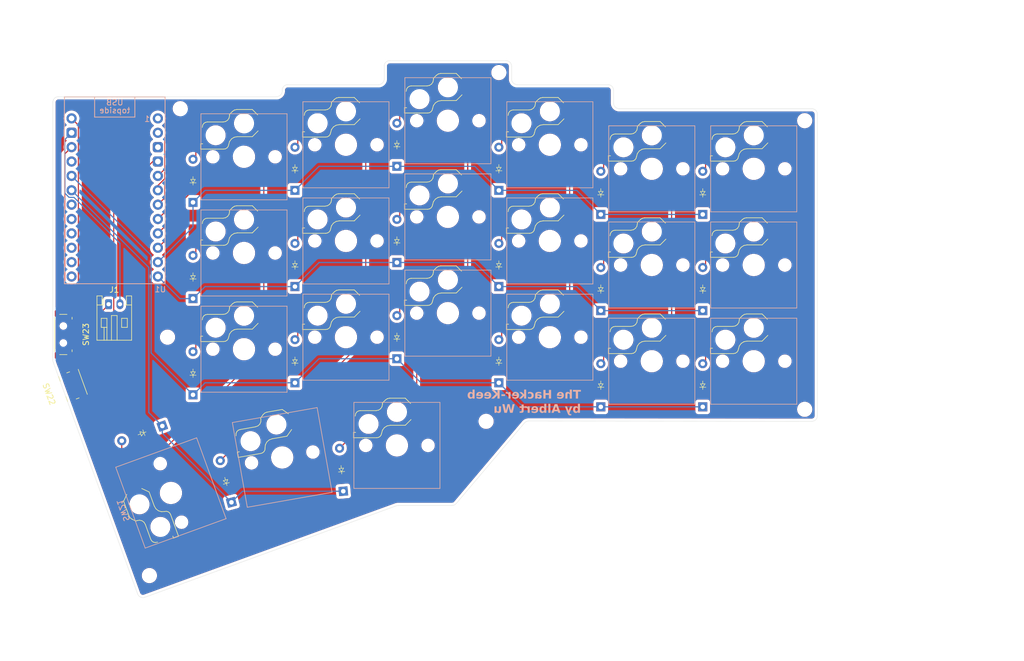
<source format=kicad_pcb>
(kicad_pcb (version 20241229) (generator "pcbnew") (generator_version "9.0")
  (layers (0 "F.Cu" signal) (2 "B.Cu" signal) (13 "F.Paste" user) (15 "B.Paste" user) (5 "F.SilkS" user "F.Silkscreen") (7 "B.SilkS" user "B.Silkscreen") (1 "F.Mask" user) (3 "B.Mask" user) (25 "Edge.Cuts" user))
  (net 0 "")
  (net 1 "Net-(D1-A)")
  (net 2 "Row 1")
  (net 3 "Net-(D2-A)")
  (net 4 "Net-(D3-A)")
  (net 5 "Net-(D4-A)")
  (net 6 "Net-(D5-A)")
  (net 7 "Net-(D6-A)")
  (net 8 "Column 6")
  (net 9 "Net-(D7-A)")
  (net 10 "Net-(D8-A)")
  (net 11 "Net-(D9-A)")
  (net 12 "Net-(D10-A)")
  (net 13 "Net-(D11-A)")
  (net 14 "Net-(D12-A)")
  (net 15 "Net-(D13-A)")
  (net 16 "Net-(D14-A)")
  (net 17 "Net-(D15-A)")
  (net 18 "Net-(D16-A)")
  (net 19 "Net-(D17-A)")
  (net 20 "Net-(D18-A)")
  (net 21 "Net-(D19-A)")
  (net 22 "Row 4")
  (net 23 "Net-(D20-A)")
  (net 24 "Net-(D21-A)")
  (net 25 "Column 1")
  (net 26 "Column 2")
  (net 27 "Column 3")
  (net 28 "Column 4")
  (net 29 "Column 5")
  (net 30 "Row 2")
  (net 31 "Row 3")
  (net 32 "Bat+")
  (net 33 "Net-(J1-Pin_1)")
  (net 41 "GND(Battery)")
  (net 43 "GND(Reset)")
  (net 46 "Reset")
  (footprint "ScottoKeebs_Components:Diode_DO-35" (layer "F.Cu") (at 136.977504 86.685 90)
    (property "Reference" "D2" (hide yes))
    (property "Value" "1N4148" (hide yes))
  )
  (footprint "ScottoKeebs_Components:Diode_DO-35" (layer "F.Cu") (at 118.977504 99.435 90)
    (property "Reference" "D9" (hide yes))
    (property "Value" "1N4148" (hide yes))
  )
  (footprint "ScottoKeebs_Components:Diode_DO-35" (layer "F.Cu") (at 118.977504 82.435 90)
    (property "Reference" "D3" (hide yes))
    (property "Value" "1N4148" (hide yes))
  )
  (footprint "ScottoKeebs_Components:Diode_DO-35" (layer "F.Cu") (at 100.977504 112.185 90)
    (property "Reference" "D16" (hide yes))
    (property "Value" "1N4148" (hide yes))
  )
  (footprint "ScottoKeebs_Components:Diode_DO-35" (layer "F.Cu") (at 100.977504 78.185 90)
    (property "Reference" "D4" (hide yes))
    (property "Value" "1N4148" (hide yes))
  )
  (footprint "Button_Switch_SMD:Panasonic_EVQPUJ_EVQPUA" (layer "F.Cu") (at 43.777504 116.9 110)
    (property "Reference" "SW22")
    (property "Value" "SW_Push")
  )
  (footprint "ScottoKeebs_Components:Diode_DO-35" (layer "F.Cu") (at 64.977504 101.56 90)
    (property "Reference" "D12" (hide yes))
    (property "Value" "1N4148" (hide yes))
  )
  (footprint "ScottoKeebs_Components:Diode_DO-35" (layer "F.Cu") (at 136.977504 120.685 90)
    (property "Reference" "D14" (hide yes))
    (property "Value" "1N4148" (hide yes))
  )
  (footprint "ScottoKeebs_Components:Diode_DO-35" (layer "F.Cu") (at 71.763603 137.555177 105)
    (property "Reference" "D20" (hide yes))
    (property "Value" "1N4148" (hide yes))
  )
  (footprint "ScottoKeebs_Components:Diode_DO-35" (layer "F.Cu") (at 82.977504 99.435 90)
    (property "Reference" "D11" (hide yes))
    (property "Value" "1N4148" (hide yes))
  )
  (footprint "ScottoKeebs_Components:Diode_DO-35" (layer "F.Cu") (at 59.557734 124.071904 -160)
    (property "Reference" "D21" (hide yes))
    (property "Value" "1N4148" (hide yes))
  )
  (footprint "Connector_JST:JST_PH_S2B-PH-K_1x02_P2.00mm_Horizontal" (layer "F.Cu") (at 50.077504 102.55)
    (property "Reference" "J1")
    (property "Value" "Conn_01x02")
  )
  (footprint "ScottoKeebs_Components:Diode_DO-35" (layer "F.Cu") (at 82.977504 116.435 90)
    (property "Reference" "D17" (hide yes))
    (property "Value" "1N4148" (hide yes))
  )
  (footprint "ScottoKeebs_Components:Diode_DO-35" (layer "F.Cu") (at 91.509567 135.595502 95)
    (property "Reference" "D19" (hide yes))
    (property "Value" "1N4148" (hide yes))
  )
  (footprint "ScottoKeebs_Components:Diode_DO-35" (layer "F.Cu") (at 154.977504 120.685 90)
    (property "Reference" "D13" (hide yes))
    (property "Value" "1N4148" (hide yes))
  )
  (footprint "ScottoKeebs_Components:Switch_MSK12C02" (layer "F.Cu") (at 42.077504 107.9 90)
    (property "Reference" "SW23")
    (property "Value" "SW_SPST")
  )
  (footprint "ScottoKeebs_Components:Diode_DO-35" (layer "F.Cu") (at 136.977504 103.685 90)
    (property "Reference" "D8" (hide yes))
    (property "Value" "1N4148" (hide yes))
  )
  (footprint "ScottoKeebs_Components:Diode_DO-35" (layer "F.Cu") (at 154.977504 103.685 90)
    (property "Reference" "D7" (hide yes))
    (property "Value" "1N4148" (hide yes))
  )
  (footprint "ScottoKeebs_Components:Diode_DO-35" (layer "F.Cu") (at 118.977504 116.435 90)
    (property "Reference" "D15" (hide yes))
    (property "Value" "1N4148" (hide yes))
  )
  (footprint "ScottoKeebs_Components:Diode_DO-35" (layer "F.Cu") (at 82.977504 82.435 90)
    (property "Reference" "D5" (hide yes))
    (property "Value" "1N4148" (hide yes))
  )
  (footprint "ScottoKeebs_Components:Diode_DO-35" (layer "F.Cu") (at 64.977504 84.56 90)
    (property "Reference" "D6" (hide yes))
    (property "Value" "1N4148" (hide yes))
  )
  (footprint "ScottoKeebs_Components:Diode_DO-35" (layer "F.Cu") (at 154.977504 86.685 90)
    (property "Reference" "D1" (hide yes))
    (property "Value" "1N4148" (hide yes))
  )
  (footprint "ScottoKeebs_Components:Diode_DO-35" (layer "F.Cu") (at 64.977504 118.56 90)
    (property "Reference" "D18" (hide yes))
    (property "Value" "1N4148" (hide yes))
  )
  (footprint "ScottoKeebs_Components:Diode_DO-35" (layer "F.Cu") (at 100.977504 95.185 90)
    (property "Reference" "D10" (hide yes))
    (property "Value" "1N4148" (hide yes))
  )
  (footprint "ScottoKeebs_Hotswap:Hotswap_Choc_V1_1.00u" (layer "B.Cu") (at 145.977504 95.625 180)
    (property "Reference" "SW8" (hide yes))
    (property "Value" "Keyswitch" (hide yes))
  )
  (footprint "MountingHole:MountingHole_2.2mm_M2" (layer "B.Cu") (at 116.727504 123.25 180)
    (property "Reference" "REF**" (hide yes))
    (property "Value" "MountingHole_2.2mm_M2" (hide yes))
  )
  (footprint "ScottoKeebs_Hotswap:Hotswap_Choc_V1_1.00u" (layer "B.Cu") (at 127.977504 91.375 180)
    (property "Reference" "SW9" (hide yes))
    (property "Value" "Keyswitch" (hide yes))
  )
  (footprint "MountingHole:MountingHole_2.2mm_M2" (layer "B.Cu") (at 60.477504 108.375 180)
    (property "Reference" "REF**" (hide yes))
    (property "Value" "MountingHole_2.2mm_M2" (hide yes))
  )
  (footprint "MountingHole:MountingHole_2.2mm_M2" (layer "B.Cu") (at 57.277504 150.5 180)
    (property "Reference" "REF**" (hide yes))
    (property "Value" "MountingHole_2.2mm_M2" (hide yes))
  )
  (footprint "ScottoKeebs_Hotswap:Hotswap_Choc_V1_1.50u" (layer "B.Cu") (at 61.077504 135.9 -70)
    (property "Reference" "SW21")
    (property "Value" "Keyswitch")
  )
  (footprint "ScottoKeebs_Hotswap:Hotswap_Choc_V1_1.00u" (layer "B.Cu") (at 109.977504 104.125 180)
    (property "Reference" "SW16" (hide yes))
    (property "Value" "Keyswitch" (hide yes))
  )
  (footprint "ScottoKeebs_Hotswap:Hotswap_Choc_V1_1.00u" (layer "B.Cu") (at 73.977504 93.5 180)
    (property "Reference" "SW12" (hide yes))
    (property "Value" "Keyswitch" (hide yes))
  )
  (footprint "MountingHole:MountingHole_2.2mm_M2" (layer "B.Cu") (at 172.977504 70.125 180)
    (property "Reference" "REF**" (hide yes))
    (property "Value" "MountingHole_2.2mm_M2" (hide yes))
  )
  (footprint "MountingHole:MountingHole_2.2mm_M2" (layer "B.Cu") (at 118.977504 61.625 180)
    (property "Reference" "REF**" (hide yes))
    (property "Value" "MountingHole_2.2mm_M2" (hide yes))
  )
  (footprint "ScottoKeebs_Hotswap:Hotswap_Choc_V1_1.00u" (layer "B.Cu") (at 91.977504 108.375 180)
    (property "Reference" "SW17" (hide yes))
    (property "Value" "Keyswitch" (hide yes))
  )
  (footprint "ScottoKeebs_Hotswap:Hotswap_Choc_V1_1.00u" (layer "B.Cu") (at 127.977504 74.375 180)
    (property "Reference" "SW3" (hide yes))
    (property "Value" "Keyswitch" (hide yes))
  )
  (footprint "ScottoKeebs_Hotswap:Hotswap_Choc_V1_1.00u" (layer "B.Cu") (at 80.727504 129.625 -170)
    (property "Reference" "SW20" (hide yes))
    (property "Value" "Keyswitch" (hide yes))
  )
  (footprint "ScottoKeebs_Hotswap:Hotswap_Choc_V1_1.00u" (layer "B.Cu") (at 145.977504 78.625 180)
    (property "Reference" "SW2" (hide yes))
    (property "Value" "Keyswitch" (hide yes))
  )
  (footprint "ScottoKeebs_Hotswap:Hotswap_Choc_V1_1.00u" (layer "B.Cu") (at 127.977504 108.375 180)
    (property "Reference" "SW15" (hide yes))
    (property "Value" "Keyswitch" (hide yes))
  )
  (footprint "supermini:SuperMini_nRF52840_H_USBup" (layer "B.Cu") (at 51.157504 83.69 180)
    (property "Reference" "U1")
    (property "Value" "SuperMini nRF52840")
  )
  (footprint "ScottoKeebs_Hotswap:Hotswap_Choc_V1_1.00u" (layer "B.Cu") (at 73.977504 110.5 180)
    (property "Reference" "SW18" (hide yes))
    (property "Value" "Keyswitch" (hide yes))
  )
  (footprint "ScottoKeebs_Hotswap:Hotswap_Choc_V1_1.00u" (layer "B.Cu") (at 100.977504 127.5 180)
    (property "Reference" "SW19" (hide yes))
    (property "Value" "Keyswitch" (hide yes))
  )
  (footprint "ScottoKeebs_Hotswap:Hotswap_Choc_V1_1.00u" (layer "B.Cu") (at 163.977504 78.625 180)
    (property "Reference" "SW1" (hide yes))
    (property "Value" "Keyswitch" (hide yes))
  )
  (footprint "ScottoKeebs_Hotswap:Hotswap_Choc_V1_1.00u" (layer "B.Cu") (at 163.977504 112.625 180)
    (property "Reference" "SW13" (hide yes))
    (property "Value" "Keyswitch" (hide yes))
  )
  (footprint "ScottoKeebs_Hotswap:Hotswap_Choc_V1_1.00u" (layer "B.Cu") (at 109.977504 87.125 180)
    (property "Reference" "SW10" (hide yes))
    (property "Value" "Keyswitch" (hide yes))
  )
  (footprint "ScottoKeebs_Hotswap:Hotswap_Choc_V1_1.00u" (layer "B.Cu") (at 91.977504 91.375 180)
    (property "Reference" "SW11" (hide yes))
    (property "Value" "Keyswitch" (hide yes))
  )
  (footprint "ScottoKeebs_Hotswap:Hotswap_Choc_V1_1.00u" (layer "B.Cu") (at 109.977504 70.125 180)
    (property "Reference" "SW4" (hide yes))
    (property "Value" "Keyswitch" (hide yes))
  )
  (footprint "ScottoKeebs_Hotswap:Hotswap_Choc_V1_1.00u" (layer "B.Cu") (at 145.977504 112.625 180)
    (property "Reference" "SW14" (hide yes))
    (property "Value" "Keyswitch" (hide yes))
  )
  (footprint "ScottoKeebs_Hotswap:Hotswap_Choc_V1_1.00u" (layer "B.Cu") (at 91.977504 74.375 180)
    (property "Reference" "SW5" (hide yes))
    (property "Value" "Keyswitch" (hide yes))
  )
  (footprint "ScottoKeebs_Hotswap:Hotswap_Choc_V1_1.00u" (layer "B.Cu") (at 163.977504 95.625 180)
    (property "Reference" "SW7" (hide yes))
    (property "Value" "Keyswitch" (hide yes))
  )
  (footprint "MountingHole:MountingHole_2.2mm_M2" (layer "B.Cu") (at 62.727504 68 180)
    (property "Reference" "REF**" (hide yes))
    (property "Value" "MountingHole_2.2mm_M2" (hide yes))
  )
  (footprint "ScottoKeebs_Hotswap:Hotswap_Choc_V1_1.00u" (layer "B.Cu") (at 73.977504 76.5 180)
    (property "Reference" "SW6" (hide yes))
    (property "Value" "Keyswitch" (hide yes))
  )
  (footprint "MountingHole:MountingHole_2.2mm_M2" (layer "B.Cu") (at 172.977504 121.125 180)
    (property "Reference" "REF**" (hide yes))
    (property "Value" "MountingHole_2.2mm_M2" (hide yes))
  )
  (gr_arc (start 140.227504 68) (mid 139.520397 67.707107) (end 139.227504 67) (stroke (width 0.05)) (layer "Edge.Cuts"))
  (gr_line (start 121.227504 62.75) (end 121.227504 60.5) (stroke (width 0.05)) (layer "Edge.Cuts"))
  (gr_line (start 66.147049 150.814308) (end 56.472879 154.335906) (stroke (width 0.05)) (layer "Edge.Cuts"))
  (gr_line (start 174.227504 68) (end 140.227504 68) (stroke (width 0.05)) (layer "Edge.Cuts"))
  (gr_line (start 138.227504 63.75) (end 122.227504 63.75) (stroke (width 0.05)) (layer "Edge.Cuts"))
  (gr_arc (start 123.477518 123.554701) (mid 123.820652 123.293119) (end 124.242051 123.20046) (stroke (width 0.05)) (layer "Edge.Cuts"))
  (gr_line (start 110.690873 138.125) (end 101.187566 138.125) (stroke (width 0.05)) (layer "Edge.Cuts"))
  (gr_line (start 174.227504 123.25) (end 124.242051 123.20046) (stroke (width 0.05)) (layer "Edge.Cuts"))
  (gr_line (start 79.727504 65.875) (end 41.247504 65.875) (stroke (width 0.05)) (layer "Edge.Cuts"))
  (gr_line (start 120.227504 59.5) (end 99.727504 59.5) (stroke (width 0.05)) (layer "Edge.Cuts"))
  (gr_arc (start 80.727504 64.875) (mid 80.434611 65.582107) (end 79.727504 65.875) (stroke (width 0.05)) (layer "Edge.Cuts"))
  (gr_line (start 139.227504 67) (end 139.227504 64.75) (stroke (width 0.05)) (layer "Edge.Cuts"))
  (gr_arc (start 56.472879 154.335906) (mid 55.708196 154.302547) (end 55.191115 153.738223) (stroke (width 0.05)) (layer "Edge.Cuts"))
  (gr_line (start 40.227504 66.875) (end 40.227504 112.446207) (stroke (width 0.05)) (layer "Edge.Cuts"))
  (gr_line (start 123.477518 123.554701) (end 111.454415 137.770758) (stroke (width 0.05)) (layer "Edge.Cuts"))
  (gr_arc (start 175.227504 122.25) (mid 174.934611 122.957107) (end 174.227504 123.25) (stroke (width 0.05)) (layer "Edge.Cuts"))
  (gr_arc (start 98.727504 60.5) (mid 99.020397 59.792893) (end 99.727504 59.5) (stroke (width 0.05)) (layer "Edge.Cuts"))
  (gr_arc (start 138.227504 63.75) (mid 138.934611 64.042893) (end 139.227504 64.75) (stroke (width 0.05)) (layer "Edge.Cuts"))
  (gr_arc (start 40.227304 66.875) (mid 40.527363 66.160716) (end 41.247504 65.875) (stroke (width 0.05)) (layer "Edge.Cuts"))
  (gr_arc (start 98.727504 62.75) (mid 98.434611 63.457107) (end 97.727504 63.75) (stroke (width 0.05)) (layer "Edge.Cuts"))
  (gr_arc (start 80.727504 64.75) (mid 81.020397 64.042893) (end 81.727504 63.75) (stroke (width 0.05)) (layer "Edge.Cuts"))
  (gr_line (start 66.147049 150.814308) (end 100.845551 138.185306) (stroke (width 0.05)) (layer "Edge.Cuts"))
  (gr_line (start 97.727504 63.75) (end 81.727504 63.75) (stroke (width 0.05)) (layer "Edge.Cuts"))
  (gr_arc (start 174.227504 68) (mid 174.934611 68.292893) (end 175.227504 69) (stroke (width 0.05)) (layer "Edge.Cuts"))
  (gr_line (start 80.727504 64.75) (end 80.727504 64.875) (stroke (width 0.05)) (layer "Edge.Cuts"))
  (gr_arc (start 100.845551 138.185306) (mid 101.013922 138.140204) (end 101.187566 138.125) (stroke (width 0.05)) (layer "Edge.Cuts"))
  (gr_arc (start 111.454415 137.770758) (mid 111.111736 138.032141) (end 110.690873 138.125) (stroke (width 0.05)) (layer "Edge.Cuts"))
  (gr_arc (start 122.227504 63.75) (mid 121.520397 63.457107) (end 121.227504 62.75) (stroke (width 0.05)) (layer "Edge.Cuts"))
  (gr_arc (start 120.227504 59.5) (mid 120.934611 59.792893) (end 121.227504 60.5) (stroke (width 0.05)) (layer "Edge.Cuts"))
  (gr_arc (start 40.287805 112.788209) (mid 40.242698 112.619845) (end 40.227504 112.446207) (stroke (width 0.05)) (layer "Edge.Cuts"))
  (gr_line (start 40.287805 112.788209) (end 55.191115 153.738223) (stroke (width 0.05)) (layer "Edge.Cuts"))
  (gr_line (start 175.227504 122.25) (end 175.227504 69) (stroke (width 0.05)) (layer "Edge.Cuts"))
  (gr_line (start 98.727504 60.5) (end 98.727504 62.75) (stroke (width 0.05)) (layer "Edge.Cuts"))
  (gr_text "The Hacker-Keeb\nby Albert Wu" (at 133.477504 122 -0) (layer "B.SilkS") (effects (font (size 1.5 1.5) (thickness 0.3) (bold yes)) (justify left bottom mirror)))
  (segment (start 155.477504 78.565) (end 154.977504 79.065) (width 0.2) (layer "F.Cu") (net 1))
  (segment (start 155.477504 74.825) (end 155.477504 78.565) (width 0.2) (layer "F.Cu") (net 1))
  (segment (start 64.977504 88.92) (end 64.977504 84.56) (width 0.2) (layer "B.Cu") (net 2))
  (segment (start 118.977504 82.435) (end 114.727504 78.185) (width 0.2) (layer "B.Cu") (net 2))
  (segment (start 58.777504 95.12) (end 64.977504 88.92) (width 0.2) (layer "B.Cu") (net 2))
  (segment (start 114.727504 78.185) (end 100.977504 78.185) (width 0.2) (layer "B.Cu") (net 2))
  (segment (start 136.977504 86.685) (end 132.727504 82.435) (width 0.2) (layer "B.Cu") (net 2))
  (segment (start 87.227504 78.185) (end 82.977504 82.435) (width 0.2) (layer "B.Cu") (net 2))
  (segment (start 82.977504 82.435) (end 67.102504 82.435) (width 0.2) (layer "B.Cu") (net 2))
  (segment (start 100.977504 78.185) (end 87.227504 78.185) (width 0.2) (layer "B.Cu") (net 2))
  (segment (start 154.977504 86.685) (end 136.977504 86.685) (width 0.2) (layer "B.Cu") (net 2))
  (segment (start 67.102504 82.435) (end 64.977504 84.56) (width 0.2) (layer "B.Cu") (net 2))
  (segment (start 132.727504 82.435) (end 118.977504 82.435) (width 0.2) (layer "B.Cu") (net 2))
  (segment (start 137.477504 78.565) (end 136.977504 79.065) (width 0.2) (layer "F.Cu") (net 3))
  (segment (start 137.477504 74.825) (end 137.477504 78.565) (width 0.2) (layer "F.Cu") (net 3))
  (segment (start 119.477504 74.315) (end 118.977504 74.815) (width 0.2) (layer "F.Cu") (net 4))
  (segment (start 119.477504 70.575) (end 119.477504 74.315) (width 0.2) (layer "F.Cu") (net 4))
  (segment (start 101.477504 66.325) (end 101.477504 70.065) (width 0.2) (layer "F.Cu") (net 5))
  (segment (start 101.477504 70.065) (end 100.977504 70.565) (width 0.2) (layer "F.Cu") (net 5))
  (segment (start 83.477504 74.315) (end 82.977504 74.815) (width 0.2) (layer "F.Cu") (net 6))
  (segment (start 83.477504 70.575) (end 83.477504 74.315) (width 0.2) (layer "F.Cu") (net 6))
  (segment (start 65.477504 76.44) (end 64.977504 76.94) (width 0.2) (layer "F.Cu") (net 7))
  (segment (start 65.477504 72.7) (end 65.477504 76.44) (width 0.2) (layer "F.Cu") (net 7))
  (segment (start 54.242278 133.845915) (end 54.242278 134.663197) (width 0.2) (layer "F.Cu") (net 8))
  (segment (start 77.477504 110.610689) (end 54.242278 133.845915) (width 0.2) (layer "F.Cu") (net 8))
  (segment (start 77.477504 104.5) (end 77.477504 110.610689) (width 0.2) (layer "F.Cu") (net 8))
  (segment (start 60.778504 86.631785) (end 60.778504 90.579) (width 0.2) (layer "F.Cu") (net 8))
  (segment (start 60.778504 90.579) (end 58.777504 92.58) (width 0.2) (layer "F.Cu") (net 8))
  (segment (start 77.477504 70.5) (end 76.910289 70.5) (width 0.2) (layer "F.Cu") (net 8))
  (segment (start 77.477504 87.5) (end 77.477504 104.5) (width 0.2) (layer "F.Cu") (net 8))
  (segment (start 77.477504 70.5) (end 77.477504 87.5) (width 0.2) (layer "F.Cu") (net 8))
  (segment (start 76.910289 70.5) (end 60.778504 86.631785) (width 0.2) (layer "F.Cu") (net 8))
  (segment (start 155.477504 91.825) (end 155.477504 95.565) (width 0.2) (layer "F.Cu") (net 9))
  (segment (start 155.477504 95.565) (end 154.977504 96.065) (width 0.2) (layer "F.Cu") (net 9))
  (segment (start 137.477504 91.825) (end 137.477504 95.565) (width 0.2) (layer "F.Cu") (net 10))
  (segment (start 137.477504 95.565) (end 136.977504 96.065) (width 0.2) (layer "F.Cu") (net 10))
  (segment (start 119.477504 91.315) (end 118.977504 91.815) (width 0.2) (layer "F.Cu") (net 11))
  (segment (start 119.477504 87.575) (end 119.477504 91.315) (width 0.2) (layer "F.Cu") (net 11))
  (segment (start 101.477504 83.325) (end 101.477504 87.065) (width 0.2) (layer "F.Cu") (net 12))
  (segment (start 101.477504 87.065) (end 100.977504 87.565) (width 0.2) (layer "F.Cu") (net 12))
  (segment (start 83.477504 91.315) (end 82.977504 91.815) (width 0.2) (layer "F.Cu") (net 13))
  (segment (start 83.477504 87.575) (end 83.477504 91.315) (width 0.2) (layer "F.Cu") (net 13))
  (segment (start 65.477504 89.7) (end 65.477504 93.44) (width 0.2) (layer "F.Cu") (net 14))
  (segment (start 65.477504 93.44) (end 64.977504 93.94) (width 0.2) (layer "F.Cu") (net 14))
  (segment (start 155.477504 112.565) (end 154.977504 113.065) (width 0.2) (layer "F.Cu") (net 15))
  (segment (start 155.477504 108.825) (end 155.477504 112.565) (width 0.2) (layer "F.Cu") (net 15))
  (segment (start 137.477504 112.565) (end 136.977504 113.065) (width 0.2) (layer "F.Cu") (net 16))
  (segment (start 137.477504 108.825) (end 137.477504 112.565) (width 0.2) (layer "F.Cu") (net 16))
  (segment (start 119.477504 104.575) (end 119.477504 108.315) (width 0.2) (layer "F.Cu") (net 17))
  (segment (start 119.477504 108.315) (end 118.977504 108.815) (width 0.2) (layer "F.Cu") (net 17))
  (segment (start 101.477504 104.065) (end 100.977504 104.565) (width 0.2) (layer "F.Cu") (net 18))
  (segment (start 101.477504 100.325) (end 101.477504 104.065) (width 0.2) (layer "F.Cu") (net 18))
  (segment (start 83.477504 108.315) (end 82.977504 108.815) (width 0.2) (layer "F.Cu") (net 19))
  (segment (start 83.477504 104.575) (end 83.477504 108.315) (width 0.2) (layer "F.Cu") (net 19))
  (segment (start 65.477504 106.7) (end 65.477504 110.44) (width 0.2) (layer "F.Cu") (net 20))
  (segment (start 65.477504 110.44) (end 64.977504 110.94) (width 0.2) (layer "F.Cu") (net 20))
  (segment (start 92.477504 123.7) (end 92.477504 126.372434) (width 0.2) (layer "F.Cu") (net 21))
  (segment (start 92.477504 126.372434) (end 90.84544 128.004498) (width 0.2) (layer "F.Cu") (net 21))
  (segment (start 57.175504 121.689674) (end 59.557734 124.071904) (width 0.2) (layer "B.Cu") (net 22))
  (segment (start 91.509567 135.595502) (end 73.723278 135.595502) (width 0.2) (layer "B.Cu") (net 22))
  (segment (start 57.175504 96.058) (end 57.175504 121.689674) (width 0.2) (layer "B.Cu") (net 22))
  (segment (start 73.723278 135.595502) (end 71.763603 137.555177) (width 0.2) (layer "B.Cu") (net 22))
  (segment (start 59.557734 125.349308) (end 59.557734 124.071904) (width 0.2) (layer "B.Cu") (net 22))
  (segment (start 43.537504 82.42) (end 57.175504 96.058) (width 0.2) (layer "B.Cu") (net 22))
  (segment (start 71.763603 137.555177) (end 59.557734 125.349308) (width 0.2) (layer "B.Cu") (net 22))
  (segment (start 71.696775 127.35874) (end 71.696775 128.289449) (width 0.2) (layer "F.Cu") (net 23))
  (segment (start 71.696775 128.289449) (end 69.791402 130.194822) (width 0.2) (layer "F.Cu") (net 23))
  (segment (start 58.592544 145.187064) (end 52.397276 138.991796) (width 0.2) (layer "F.Cu") (net 24))
  (segment (start 60.413844 145.187064) (end 58.592544 145.187064) (width 0.2) (layer "F.Cu") (net 24))
  (segment (start 52.397276 138.991796) (end 52.397276 126.678097) (width 0.2) (layer "F.Cu") (net 24))
  (segment (start 101.718504 61.549) (end 97.917504 65.35) (width 0.2) (layer "F.Cu") (net 25))
  (segment (start 136.930178 70.448) (end 130.85328 64.371102) (width 0.2) (layer "F.Cu") (net 25))
  (segment (start 87.428505 67.098999) (end 65.988505 67.098999) (width 0.2) (layer "F.Cu") (net 25))
  (segment (start 89.177504 65.35) (end 87.428505 67.098999) (width 0.2) (layer "F.Cu") (net 25))
  (segment (start 167.477504 89.625) (end 167.477504 106.625) (width 0.2) (layer "F.Cu") (net 25))
  (segment (start 165.300504 70.448) (end 136.930178 70.448) (width 0.2) (layer "F.Cu") (net 25))
  (segment (start 117.671794 64.371102) (end 114.849692 61.549) (width 0.2) (layer "F.Cu") (net 25))
  (segment (start 167.477504 72.625) (end 165.300504 70.448) (width 0.2) (layer "F.Cu") (net 25))
  (segment (start 59.978504 73.109) (end 59.978504 78.679) (width 0.2) (layer "F.Cu") (net 25))
  (segment (start 114.849692 61.549) (end 101.718504 61.549) (width 0.2) (layer "F.Cu") (net 25))
  (segment (start 59.978504 78.679) (end 58.777504 79.88) (width 0.2) (layer "F.Cu") (net 25))
  (segment (start 97.917504 65.35) (end 89.177504 65.35) (width 0.2) (layer "F.Cu") (net 25))
  (segment (start 130.85328 64.371102) (end 117.671794 64.371102) (width 0.2) (layer "F.Cu") (net 25))
  (segment (start 167.477504 72.625) (end 167.477504 89.625) (width 0.2) (layer "F.Cu") (net 25))
  (segment (start 65.988505 67.098999) (end 59.978504 73.109) (width 0.2) (layer "F.Cu") (net 25))
  (segment (start 59.978504 79.244686) (end 59.978504 80.377471) (width 0.2) (layer "F.Cu") (net 26))
  (segment (start 58.777504 81.578471) (end 58.777504 82.42) (width 0.2) (layer "F.Cu") (net 26))
  (segment (start 101.88319 61.95) (end 98.083189 65.75) (width 0.2) (layer "F.Cu") (net 26))
  (segment (start 117.506694 64.773102) (end 117.084592 64.351) (width 0.2) (layer "F.Cu") (net 26))
  (segment (start 117.084592 64.351) (end 117.083178 64.351) (width 0.2) (layer "F.Cu") (net 26))
  (segment (start 60.378504 78.844686) (end 59.978504 79.244686) (width 0.2) (layer "F.Cu") (net 26))
  (segment (start 66.14319 67.51) (end 60.378504 73.274686) (width 0.2) (layer "F.Cu") (net 26))
  (segment (start 59.978504 80.377471) (end 58.777504 81.578471) (width 0.2) (layer "F.Cu") (net 26))
  (segment (start 79.977504 67.51) (end 66.14319 67.51) (width 0.2) (layer "F.Cu") (net 26))
  (segment (start 130.686766 64.773102) (end 117.506694 64.773102) (width 0.2) (layer "F.Cu") (net 26))
  (segment (start 149.477504 106.625) (end 149.477504 72.625) (width 0.2) (layer "F.Cu") (net 26))
  (segment (start 149.477504 72.625) (end 147.701504 70.849) (width 0.2) (layer "F.Cu") (net 26))
  (segment (start 79.988505 67.498999) (end 79.977504 67.51) (width 0.2) (layer "F.Cu") (net 26))
  (segment (start 136.762664 70.849) (end 130.686766 64.773102) (width 0.2) (layer "F.Cu") (net 26))
  (segment (start 117.083178 64.351) (end 114.682178 61.95) (width 0.2) (layer "F.Cu") (net 26))
  (segment (start 98.083189 65.75) (end 89.34319 65.75) (width 0.2) (layer "F.Cu") (net 26))
  (segment (start 60.378504 73.274686) (end 60.378504 78.844686) (width 0.2) (layer "F.Cu") (net 26))
  (segment (start 114.682178 61.95) (end 101.88319 61.95) (width 0.2) (layer "F.Cu") (net 26))
  (segment (start 147.701504 70.849) (end 136.762664 70.849) (width 0.2) (layer "F.Cu") (net 26))
  (segment (start 87.59419 67.498999) (end 79.988505 67.498999) (width 0.2) (layer "F.Cu") (net 26))
  (segment (start 89.34319 65.75) (end 87.59419 67.498999) (width 0.2) (layer "F.Cu") (net 26))
  (segment (start 149.477504 106.625) (end 149.477504 89.625) (width 0.2) (layer "F.Cu") (net 26))
  (segment (start 80.154191 67.898999) (end 80.129189 67.924001) (width 0.2) (layer "F.Cu") (net 27))
  (segment (start 114.513664 62.35) (end 102.077075 62.35) (width 0.2) (layer "F.Cu") (net 27))
  (segment (start 60.378504 80.543157) (end 59.978504 80.943157) (width 0.2) (layer "F.Cu") (net 27))
  (segment (start 98.277075 66.15) (end 89.508876 66.15) (width 0.2) (layer "F.Cu") (net 27))
  (segment (start 89.508876 66.15) (end 87.759875 67.898999) (width 0.2) (layer "F.Cu") (net 27))
  (segment (start 117.839664 65.676) (end 114.513664 62.35) (width 0.2) (layer "F.Cu") (net 27))
  (segment (start 87.759875 67.898999) (end 80.154191 67.898999) (width 0.2) (layer "F.Cu") (net 27))
  (segment (start 131.477504 102.375) (end 131.477504 85.375) (width 0.2) (layer "F.Cu") (net 27))
  (segment (start 66.294875 67.924001) (end 60.987504 73.231372) (width 0.2) (layer "F.Cu") (net 27))
  (segment (start 59.978504 80.943157) (end 59.978504 83.759) (width 0.2) (layer "F.Cu") (net 27))
  (segment (start 131.477504 68.375) (end 128.778504 65.676) (width 0.2) (layer "F.Cu") (net 27))
  (segment (start 131.477504 102.375) (end 131.477504 68.375) (width 0.2) (layer "F.Cu") (net 27))
  (segment (start 60.378504 79.410372) (end 60.378504 80.543157) (width 0.2) (layer "F.Cu") (net 27))
  (segment (start 60.987504 78.801372) (end 60.378504 79.410372) (width 0.2) (layer "F.Cu") (net 27))
  (segment (start 60.987504 73.231372) (end 60.987504 78.801372) (width 0.2) (layer "F.Cu") (net 27))
  (segment (start 80.129189 67.924001) (end 66.294875 67.924001) (width 0.2) (layer "F.Cu") (net 27))
  (segment (start 128.778504 65.676) (end 117.839664 65.676) (width 0.2) (layer "F.Cu") (net 27))
  (segment (start 102.077075 62.35) (end 98.277075 66.15) (width 0.2) (layer "F.Cu") (net 27))
  (segment (start 59.978504 83.759) (end 58.777504 84.96) (width 0.2) (layer "F.Cu") (net 27))
  (segment (start 61.407504 78.947058) (end 60.779504 79.575058) (width 0.2) (layer "F.Cu") (net 28))
  (segment (start 113.477504 64.125) (end 113.477504 65.375) (width 0.2) (layer "F.Cu") (net 28))
  (segment (start 113.477504 98.125) (end 113.477504 104.625) (width 0.2) (layer "F.Cu") (net 28))
  (segment (start 99.901504 65.12447) (end 98.426974 66.599) (width 0.2) (layer "F.Cu") (net 28))
  (segment (start 107.952819 66.101) (end 106.261819 64.41) (width 0.2) (layer "F.Cu") (net 28))
  (segment (start 113.477504 65.375) (end 112.751504 66.101) (width 0.2) (layer "F.Cu") (net 28))
  (segment (start 60.379504 81.109257) (end 60.379504 85.898) (width 0.2) (layer "F.Cu") (net 28))
  (segment (start 106.261819 64.41) (end 100.582761 64.41) (width 0.2) (layer "F.Cu") (net 28))
  (segment (start 60.779504 79.575058) (end 60.779504 80.709257) (width 0.2) (layer "F.Cu") (net 28))
  (segment (start 61.407504 73.377058) (end 61.407504 78.947058) (width 0.2) (layer "F.Cu") (net 28))
  (segment (start 66.459561 68.325001) (end 61.407504 73.377058) (width 0.2) (layer "F.Cu") (net 28))
  (segment (start 112.751504 66.101) (end 107.952819 66.101) (width 0.2) (layer "F.Cu") (net 28))
  (segment (start 60.379504 85.898) (end 58.777504 87.5) (width 0.2) (layer "F.Cu") (net 28))
  (segment (start 87.92556 68.298999) (end 80.321291 68.298999) (width 0.2) (layer "F.Cu") (net 28))
  (segment (start 80.295289 68.325001) (end 66.459561 68.325001) (width 0.2) (layer "F.Cu") (net 28))
  (segment (start 89.625561 66.599) (end 87.92556 68.298999) (width 0.2) (layer "F.Cu") (net 28))
  (segment (start 60.779504 80.709257) (end 60.379504 81.109257) (width 0.2) (layer "F.Cu") (net 28))
  (segment (start 104.477504 113.625) (end 104.477504 121.5) (width 0.2) (layer "F.Cu") (net 28))
  (segment (start 113.477504 64.125) (end 113.477504 98.125) (width 0.2) (layer "F.Cu") (net 28))
  (segment (start 99.901504 65.091257) (end 99.901504 65.12447) (width 0.2) (layer "F.Cu") (net 28))
  (segment (start 113.477504 64.125) (end 113.477504 81.125) (width 0.2) (layer "F.Cu") (net 28))
  (segment (start 100.582761 64.41) (end 99.901504 65.091257) (width 0.2) (layer "F.Cu") (net 28))
  (segment (start 113.477504 104.625) (end 104.477504 113.625) (width 0.2) (layer "F.Cu") (net 28))
  (segment (start 98.426974 66.599) (end 89.625561 66.599) (width 0.2) (layer "F.Cu") (net 28))
  (segment (start 80.321291 68.298999) (end 80.295289 68.325001) (width 0.2) (layer "F.Cu") (net 28))
  (segment (start 60.378504 88.439) (end 58.777504 90.04) (width 0.2) (layer "F.Cu") (net 29))
  (segment (start 61.807504 73.542744) (end 61.807504 79.112744) (width 0.2) (layer "F.Cu") (net 29))
  (segment (start 89.452819 70.351) (end 87.800818 68.698999) (width 0.2) (layer "F.Cu") (net 29))
  (segment (start 95.477504 68.375) (end 95.477504 87.125) (width 0.2) (layer "F.Cu") (net 29))
  (segment (start 95.477504 102.375) (end 95.477504 108.625) (width 0.2) (layer "F.Cu") (net 29))
  (segment (start 80.486976 68.698999) (end 80.460974 68.725001) (width 0.2) (layer "F.Cu") (net 29))
  (segment (start 95.477504 68.375) (end 93.501504 70.351) (width 0.2) (layer "F.Cu") (net 29))
  (segment (start 80.460974 68.725001) (end 66.625247 68.725001) (width 0.2) (layer "F.Cu") (net 29))
  (segment (start 87.800818 68.698999) (end 80.486976 68.698999) (width 0.2) (layer "F.Cu") (net 29))
  (segment (start 66.625247 68.725001) (end 61.807504 73.542744) (width 0.2) (layer "F.Cu") (net 29))
  (segment (start 95.477504 102.375) (end 95.477504 87.125) (width 0.2) (layer "F.Cu") (net 29))
  (segment (start 61.179504 80.874943) (end 60.779504 81.274943) (width 0.2) (layer "F.Cu") (net 29))
  (segment (start 95.477504 108.625) (end 83.132442 120.970062) (width 0.2) (layer "F.Cu") (net 29))
  (segment (start 60.779504 86.0651) (end 60.378504 86.4661) (width 0.2) (layer "F.Cu") (net 29))
  (segment (start 83.132442 120.970062) (end 83.132442 123.108385) (width 0.2) (layer "F.Cu") (net 29))
  (segment (start 61.807504 79.112744) (end 61.179504 79.740744) (width 0.2) (layer "F.Cu") (net 29))
  (segment (start 60.378504 86.4661) (end 60.378504 88.439) (width 0.2) (layer "F.Cu") (net 29))
  (segment (start 61.179504 79.740744) (end 61.179504 80.874943) (width 0.2) (layer "F.Cu") (net 29))
  (segment (start 95.477504 87.125) (end 95.477504 85.375) (width 0.2) (layer "F.Cu") (net 29))
  (segment (start 93.501504 70.351) (end 89.452819 70.351) (width 0.2) (layer "F.Cu") (net 29))
  (segment (start 60.779504 81.274943) (end 60.779504 86.0651) (width 0.2) (layer "F.Cu") (net 29))
  (segment (start 114.727504 95.185) (end 100.977504 95.185) (width 0.2) (layer "B.Cu") (net 30))
  (segment (start 67.102504 99.435) (end 64.977504 101.56) (width 0.2) (layer "B.Cu") (net 30))
  (segment (start 62.677504 101.56) (end 64.977504 101.56) (width 0.2) (layer "B.Cu") (net 30))
  (segment (start 136.977504 103.685) (end 132.727504 99.435) (width 0.2) (layer "B.Cu") (net 30))
  (segment (start 87.227504 95.185) (end 82.977504 99.435) (width 0.2) (layer "B.Cu") (net 30))
  (segment (start 58.777504 97.66) (end 62.677504 101.56) (width 0.2) (layer "B.Cu") (net 30))
  (segment (start 132.727504 99.435) (end 118.977504 99.435) (width 0.2) (layer "B.Cu") (net 30))
  (segment (start 82.977504 99.435) (end 67.102504 99.435) (width 0.2) (layer "B.Cu") (net 30))
  (segment (start 118.977504 99.435) (end 114.727504 95.185) (width 0.2) (layer "B.Cu") (net 30))
  (segment (start 100.977504 95.185) (end 87.227504 95.185) (width 0.2) (layer "B.Cu") (net 30))
  (segment (start 154.977504 103.685) (end 136.977504 103.685) (width 0.2) (layer "B.Cu") (net 30))
  (segment (start 105.227504 116.435) (end 100.977504 112.185) (width 0.2) (layer "B.Cu") (net 31))
  (segment (start 87.227504 112.185) (end 82.977504 116.435) (width 0.2) (layer "B.Cu") (net 31))
  (segment (start 57.576504 111.159) (end 64.977504 118.56) (width 0.2) (layer "B.Cu") (net 31))
  (segment (start 123.227504 120.685) (end 118.977504 116.435) (width 0.2) (layer "B.Cu") (net 31))
  (segment (start 118.977504 116.435) (end 105.227504 116.435) (width 0.2) (layer "B.Cu") (net 31))
  (segment (start 154.977504 120.685) (end 136.977504 120.685) (width 0.2) (layer "B.Cu") (net 31))
  (segment (start 136.977504 120.685) (end 123.227504 120.685) (width 0.2) (layer "B.Cu") (net 31))
  (segment (start 43.537504 79.88) (end 57.576504 93.919) (width 0.2) (layer "B.Cu") (net 31))
  (segment (start 67.102504 116.435) (end 64.977504 118.56) (width 0.2) (layer "B.Cu") (net 31))
  (segment (start 100.977504 112.185) (end 87.227504 112.185) (width 0.2) (layer "B.Cu") (net 31))
  (segment (start 57.576504 93.919) (end 57.576504 111.159) (width 0.2) (layer "B.Cu") (net 31))
  (segment (start 82.977504 116.435) (end 67.102504 116.435) (width 0.2) (layer "B.Cu") (net 31))
  (segment (start 44.738504 104.989) (end 44.738504 70.921) (width 0.2) (layer "F.Cu") (net 32))
  (segment (start 44.738504 70.921) (end 43.537504 69.72) (width 0.2) (layer "F.Cu") (net 32))
  (segment (start 44.077504 105.65) (end 44.738504 104.989) (width 0.2) (layer "F.Cu") (net 32))
  (segment (start 44.077504 108.65) (end 50.077504 102.65) (width 0.2) (layer "F.Cu") (net 33))
  (segment (start 50.077504 102.65) (end 50.077504 102.55) (width 0.2) (layer "F.Cu") (net 33))
  (segment (start 43.089033 83.67) (end 42.336504 82.917471) (width 0.2) (layer "B.Cu") (net 41))
  (segment (start 52.077504 102.55) (end 52.077504 91.801529) (width 0.2) (layer "B.Cu") (net 41))
  (segment (start 42.336504 73.461) (end 43.537504 72.26) (width 0.2) (layer "B.Cu") (net 41))
  (segment (start 43.945975 83.67) (end 43.089033 83.67) (width 0.2) (layer "B.Cu") (net 41))
  (segment (start 42.336504 82.917471) (end 42.336504 73.461) (width 0.2) (layer "B.Cu") (net 41))
  (segment (start 52.077504 91.801529) (end 43.945975 83.67) (width 0.2) (layer "B.Cu") (net 41))
  (segment (start 50.978504 106.842525) (end 50.978504 84.239001) (width 0.2) (layer "F.Cu") (net 43))
  (segment (start 45.474046 119.075976) (end 45.474046 115.938195) (width 0.2) (layer "F.Cu") (net 43))
  (segment (start 57.877505 77.34) (end 58.777504 77.34) (width 0.2) (layer "F.Cu") (net 43))
  (segment (start 43.67844 114.142589) (end 50.978504 106.842525) (width 0.2) (layer "F.Cu") (net 43))
  (segment (start 50.978504 84.239001) (end 57.877505 77.34) (width 0.2) (layer "F.Cu") (net 43))
  (segment (start 45.474046 115.938195) (end 43.67844 114.142589) (width 0.2) (layer "F.Cu") (net 43))
  (segment (start 42.336504 76.001) (end 43.537504 74.8) (width 0.2) (layer "F.Cu") (net 46))
  (segment (start 42.080962 114.724024) (end 42.080962 110.493972) (width 0.2) (layer "F.Cu") (net 46))
  (segment (start 43.876568 119.657411) (end 43.876568 116.51963) (width 0.2) (layer "F.Cu") (net 46))
  (segment (start 43.876568 116.51963) (end 42.080962 114.724024) (width 0.2) (layer "F.Cu") (net 46))
  (segment (start 43.151504 105.39108) (end 42.336504 104.57608) (width 0.2) (layer "F.Cu") (net 46))
  (segment (start 42.080962 110.493972) (end 43.151504 109.42343) (width 0.2) (layer "F.Cu") (net 46))
  (segment (start 42.336504 104.57608) (end 42.336504 76.001) (width 0.2) (layer "F.Cu") (net 46))
  (segment (start 43.151504 109.42343) (end 43.151504 105.39108) (width 0.2) (layer "F.Cu") (net 46))
  (zone (net 0) (net_name "") (layers "F.Cu" "B.Cu") (connect_pads (clearance 0.5)) (min_thickness 0.25) (fill yes (thermal_gap 0.5) (thermal_bridge_width 0.5) (island_removal_mode 1) (island_area_min 10))
    (polygon (pts (xy 30.9 48.8) (xy 34.5 165.6) (xy 211.7 156.6) (xy 194.4 50.3)))
  )
)
</source>
